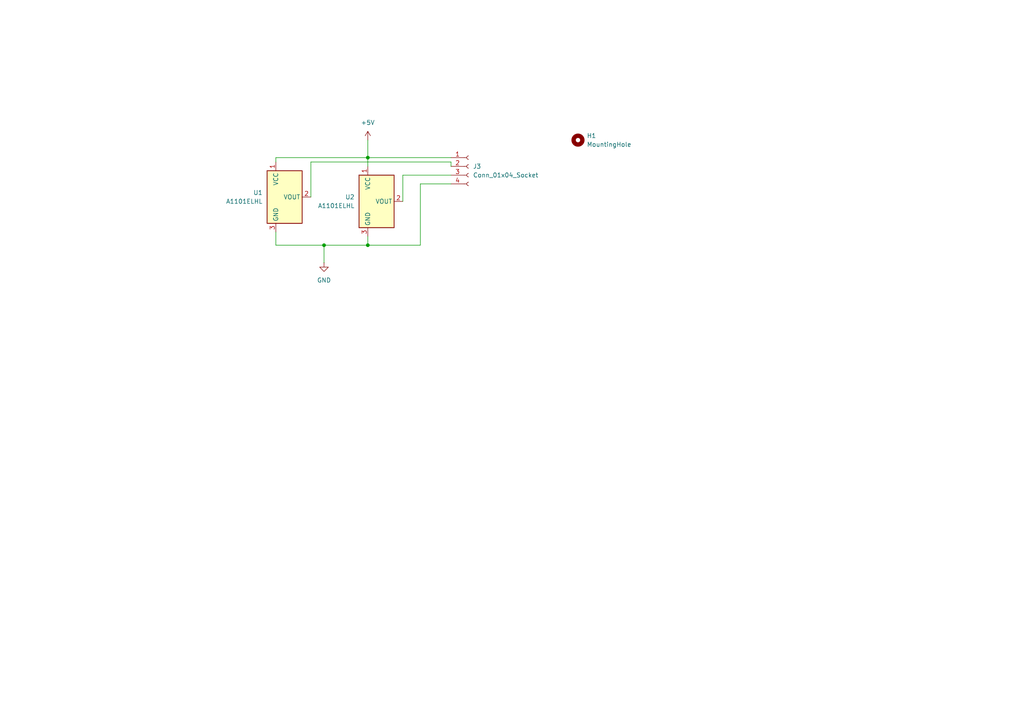
<source format=kicad_sch>
(kicad_sch (version 20231120) (generator "eeschema") (generator_version "8.0")
  (paper "A4")
  (lib_symbols
    (symbol "Connector:Conn_01x04_Socket" (pin_names (offset 1.016) hide)
      (property "Reference" "J" (at 0 5.08 0))
      (property "Value" "Conn_01x04_Socket" (at 0 -7.62 0))
      (symbol "Conn_01x04_Socket_1_1"
        (arc (start 0 -4.572) (mid -0.5058 -5.08) (end 0 -5.588) (stroke (width 0.1524)))
        (arc (start 0 -2.032) (mid -0.5058 -2.54) (end 0 -3.048) (stroke (width 0.1524)))
        (polyline (pts (xy -1.27 -5.08) (xy -0.508 -5.08)) (stroke (width 0.1524)))
        (polyline (pts (xy -1.27 -2.54) (xy -0.508 -2.54)) (stroke (width 0.1524)))
        (polyline (pts (xy -1.27 0) (xy -0.508 0)) (stroke (width 0.1524)))
        (polyline (pts (xy -1.27 2.54) (xy -0.508 2.54)) (stroke (width 0.1524)))
        (arc (start 0 0.508) (mid -0.5058 0) (end 0 -0.508) (stroke (width 0.1524)))
        (arc (start 0 3.048) (mid -0.5058 2.54) (end 0 2.032) (stroke (width 0.1524)))
        (pin passive line (at -5.08 2.54 0) (length 3.81) (name "Pin_1") (number "1"))
        (pin passive line (at -5.08 0 0) (length 3.81) (name "Pin_2") (number "2"))
        (pin passive line (at -5.08 -2.54 0) (length 3.81) (name "Pin_3") (number "3"))
        (pin passive line (at -5.08 -5.08 0) (length 3.81) (name "Pin_4") (number "4"))
      )
    )
    (symbol "Mechanical:MountingHole" (pin_names (offset 1.016)) (exclude_from_sim yes) (in_bom no)
      (property "Reference" "H" (at 0 5.08 0))
      (property "Value" "MountingHole" (at 0 3.175 0))
      (symbol "MountingHole_0_1"
        (circle (center 0 0) (radius 1.27) (stroke (width 1.27)))
      )
    )
    (symbol "Sensor_Magnetic:A1101ELHL"
      (property "Reference" "U" (at 0 11.43 0))
      (property "Value" "A1101ELHL" (at 0 8.89 0))
      (symbol "A1101ELHL_0_1"
        (rectangle (start -5.08 7.62) (end 5.08 -7.62) (stroke (width 0.254)) (fill (type background)))
      )
      (symbol "A1101ELHL_1_1"
        (pin power_in line (at -2.54 10.16 270) (length 2.54) (name "VCC") (number "1"))
        (pin open_collector line (at 7.62 0 180) (length 2.54) (name "VOUT") (number "2"))
        (pin power_in line (at -2.54 -10.16 90) (length 2.54) (name "GND") (number "3"))
      )
    )
    (symbol "power:+5V" (power) (pin_numbers hide) (pin_names (offset 0) hide)
      (property "Value" "+5V" (at 0 3.556 0))
      (symbol "+5V_0_1"
        (polyline (pts (xy -0.762 1.27) (xy 0 2.54)))
        (polyline (pts (xy 0 0) (xy 0 2.54)))
        (polyline (pts (xy 0 2.54) (xy 0.762 1.27)))
      )
      (symbol "+5V_1_1"
        (pin power_in line (at 0 0 90) (length 0) (name "~") (number "1"))
      )
    )
    (symbol "power:GND" (power) (pin_numbers hide) (pin_names (offset 0) hide)
      (property "Value" "GND" (at 0 -3.81 0))
      (symbol "GND_0_1"
        (polyline (pts (xy 0 0) (xy 0 -1.27) (xy 1.27 -1.27) (xy 0 -2.54) (xy -1.27 -1.27) (xy 0 -1.27)))
      )
      (symbol "GND_1_1"
        (pin power_in line (at 0 0 270) (length 0) (name "~") (number "1"))
      )
    )
  )
  (junction (at 106.68 71.12))
  (junction (at 106.68 45.72))
  (junction (at 93.98 71.12))
  (wire (pts (xy 106.68 45.72) (xy 130.81 45.72)))
  (wire (pts (xy 93.98 71.12) (xy 106.68 71.12)))
  (wire (pts (xy 80.01 45.72) (xy 106.68 45.72)))
  (wire (pts (xy 121.92 53.34) (xy 130.81 53.34)))
  (wire (pts (xy 80.01 45.72) (xy 80.01 46.99)))
  (wire (pts (xy 106.68 48.26) (xy 106.68 45.72)))
  (wire (pts (xy 80.01 71.12) (xy 93.98 71.12)))
  (wire (pts (xy 116.84 58.42) (xy 116.84 50.8)))
  (wire (pts (xy 116.84 50.8) (xy 130.81 50.8)))
  (wire (pts (xy 130.81 46.99) (xy 130.81 48.26)))
  (wire (pts (xy 93.98 71.12) (xy 93.98 76.2)))
  (wire (pts (xy 80.01 67.31) (xy 80.01 71.12)))
  (wire (pts (xy 90.17 46.99) (xy 90.17 57.15)))
  (wire (pts (xy 90.17 46.99) (xy 130.81 46.99)))
  (wire (pts (xy 106.68 71.12) (xy 121.92 71.12)))
  (wire (pts (xy 106.68 71.12) (xy 106.68 68.58)))
  (wire (pts (xy 121.92 53.34) (xy 121.92 71.12)))
  (wire (pts (xy 106.68 40.64) (xy 106.68 45.72)))
  (symbol (lib_id "Sensor_Magnetic:A1101ELHL") (at 109.22 58.42 0) (unit 1)
    (property "Reference" "U2" (at 102.87 57.1499 0) (effects (justify right)))
    (property "Value" "A1101ELHL" (at 102.87 59.6899 0) (effects (justify right)))
    (property "Footprint" "Package_TO_SOT_THT:TO-92Flat" (effects (hide yes)))
    (property "Datasheet" "https://www.allegromicro.com/-/media/files/datasheets/a110x-datasheet.ashx" (effects (hide yes)))
    (property "Description" "Hall effect switch, unipolar, Bop=100G, Brp=45G, -40C to +85C, SOT-23W" (effects (hide yes)))
  )
  (symbol (lib_id "power:+5V") (at 106.68 40.64 0) (unit 1)
    (property "Reference" "#PWR01" (effects (hide yes)))
    (property "Value" "+5V" (at 106.68 35.56 0))
    (property "Description" "Power symbol creates a global label with name \"+5V\"" (effects (hide yes)))
  )
  (symbol (lib_id "Sensor_Magnetic:A1101ELHL") (at 82.55 57.15 0) (unit 1)
    (property "Reference" "U1" (at 76.2 55.8799 0) (effects (justify right)))
    (property "Value" "A1101ELHL" (at 76.2 58.4199 0) (effects (justify right)))
    (property "Footprint" "Package_TO_SOT_THT:TO-92Flat" (effects (hide yes)))
    (property "Datasheet" "https://www.allegromicro.com/-/media/files/datasheets/a110x-datasheet.ashx" (effects (hide yes)))
    (property "Description" "Hall effect switch, unipolar, Bop=100G, Brp=45G, -40C to +85C, SOT-23W" (effects (hide yes)))
  )
  (symbol (lib_id "Mechanical:MountingHole") (at 167.64 40.64 0) (unit 1) (exclude_from_sim yes) (in_bom no)
    (property "Reference" "H1" (at 170.18 39.3699 0) (effects (justify left)))
    (property "Value" "MountingHole" (at 170.18 41.9099 0) (effects (justify left)))
    (property "Footprint" "MountingHole:MountingHole_2.2mm_M2" (effects (hide yes)))
    (property "Description" "Mounting Hole without connection" (effects (hide yes)))
  )
  (symbol (lib_id "power:GND") (at 93.98 76.2 0) (unit 1)
    (property "Reference" "#PWR02" (effects (hide yes)))
    (property "Value" "GND" (at 93.98 81.28 0))
    (property "Description" "Power symbol creates a global label with name \"GND\" , ground" (effects (hide yes)))
  )
  (symbol (lib_id "Connector:Conn_01x04_Socket") (at 135.89 48.26 0) (unit 1)
    (property "Reference" "J3" (at 137.16 48.2599 0) (effects (justify left)))
    (property "Value" "Conn_01x04_Socket" (at 137.16 50.7999 0) (effects (justify left)))
    (property "Footprint" "Connector_JST:JST_PH_S4B-PH-K_1x04_P2.00mm_Horizontal" (effects (hide yes)))
    (property "Description" "Generic connector, single row, 01x04, script generated" (effects (hide yes)))
  )
)
</source>
